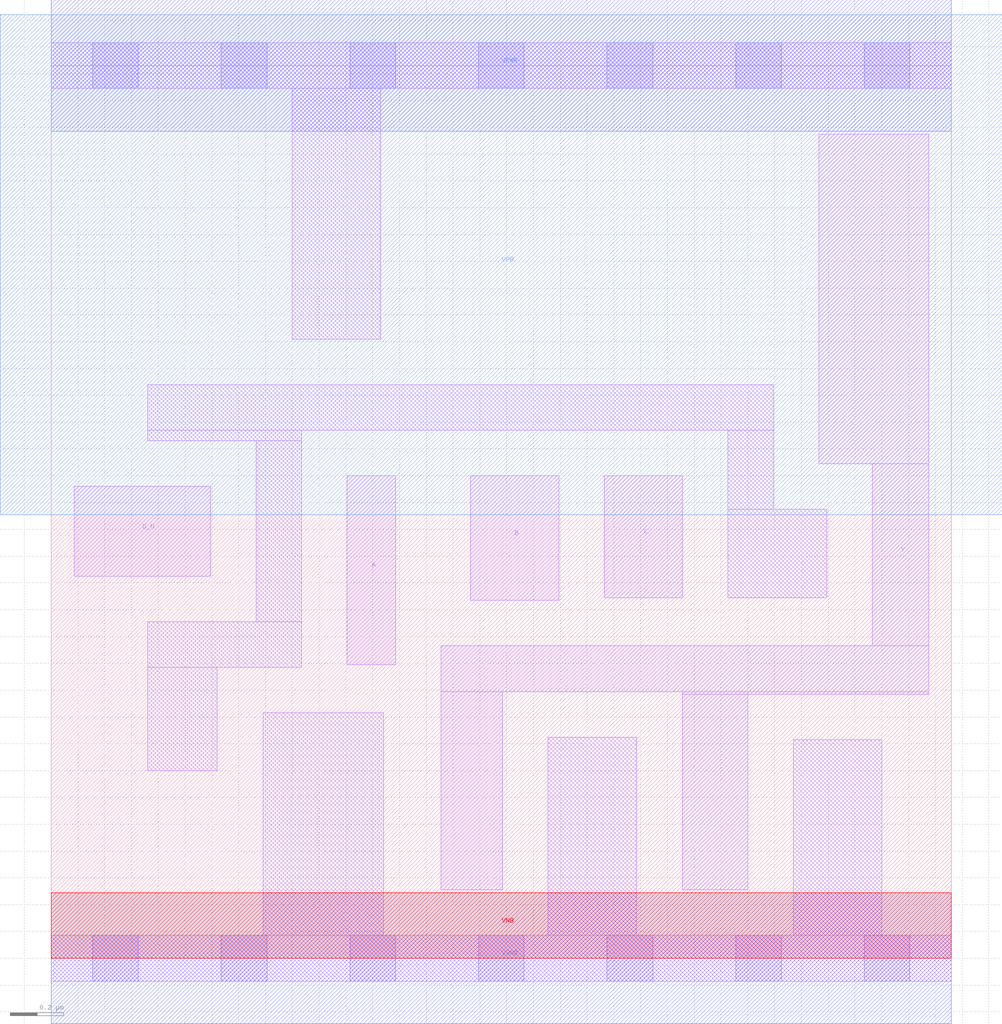
<source format=lef>
# Copyright 2020 The SkyWater PDK Authors
#
# Licensed under the Apache License, Version 2.0 (the "License");
# you may not use this file except in compliance with the License.
# You may obtain a copy of the License at
#
#     https://www.apache.org/licenses/LICENSE-2.0
#
# Unless required by applicable law or agreed to in writing, software
# distributed under the License is distributed on an "AS IS" BASIS,
# WITHOUT WARRANTIES OR CONDITIONS OF ANY KIND, either express or implied.
# See the License for the specific language governing permissions and
# limitations under the License.
#
# SPDX-License-Identifier: Apache-2.0

VERSION 5.7 ;
  NOWIREEXTENSIONATPIN ON ;
  DIVIDERCHAR "/" ;
  BUSBITCHARS "[]" ;
MACRO sky130_fd_sc_lp__nor4b_1
  CLASS CORE ;
  FOREIGN sky130_fd_sc_lp__nor4b_1 ;
  ORIGIN  0.000000  0.000000 ;
  SIZE  3.360000 BY  3.330000 ;
  SYMMETRY X Y R90 ;
  SITE unit ;
  PIN A
    ANTENNAGATEAREA  0.315000 ;
    DIRECTION INPUT ;
    USE SIGNAL ;
    PORT
      LAYER li1 ;
        RECT 1.105000 1.095000 1.285000 1.800000 ;
    END
  END A
  PIN B
    ANTENNAGATEAREA  0.315000 ;
    DIRECTION INPUT ;
    USE SIGNAL ;
    PORT
      LAYER li1 ;
        RECT 1.565000 1.335000 1.895000 1.800000 ;
    END
  END B
  PIN C
    ANTENNAGATEAREA  0.315000 ;
    DIRECTION INPUT ;
    USE SIGNAL ;
    PORT
      LAYER li1 ;
        RECT 2.065000 1.345000 2.355000 1.800000 ;
    END
  END C
  PIN D_N
    ANTENNAGATEAREA  0.126000 ;
    DIRECTION INPUT ;
    USE SIGNAL ;
    PORT
      LAYER li1 ;
        RECT 0.085000 1.425000 0.595000 1.760000 ;
    END
  END D_N
  PIN Y
    ANTENNADIFFAREA  0.886200 ;
    DIRECTION OUTPUT ;
    USE SIGNAL ;
    PORT
      LAYER li1 ;
        RECT 1.455000 0.255000 1.685000 0.995000 ;
        RECT 1.455000 0.995000 3.275000 1.165000 ;
        RECT 2.355000 0.255000 2.600000 0.985000 ;
        RECT 2.355000 0.985000 3.275000 0.995000 ;
        RECT 2.865000 1.845000 3.275000 3.075000 ;
        RECT 3.065000 1.165000 3.275000 1.845000 ;
    END
  END Y
  PIN VGND
    DIRECTION INOUT ;
    USE GROUND ;
    PORT
      LAYER met1 ;
        RECT 0.000000 -0.245000 3.360000 0.245000 ;
    END
  END VGND
  PIN VNB
    DIRECTION INOUT ;
    USE GROUND ;
    PORT
      LAYER pwell ;
        RECT 0.000000 0.000000 3.360000 0.245000 ;
    END
  END VNB
  PIN VPB
    DIRECTION INOUT ;
    USE POWER ;
    PORT
      LAYER nwell ;
        RECT -0.190000 1.655000 3.550000 3.520000 ;
    END
  END VPB
  PIN VPWR
    DIRECTION INOUT ;
    USE POWER ;
    PORT
      LAYER met1 ;
        RECT 0.000000 3.085000 3.360000 3.575000 ;
    END
  END VPWR
  OBS
    LAYER li1 ;
      RECT 0.000000 -0.085000 3.360000 0.085000 ;
      RECT 0.000000  3.245000 3.360000 3.415000 ;
      RECT 0.360000  0.700000 0.620000 1.085000 ;
      RECT 0.360000  1.085000 0.935000 1.255000 ;
      RECT 0.360000  1.930000 0.935000 1.970000 ;
      RECT 0.360000  1.970000 2.695000 2.140000 ;
      RECT 0.765000  1.255000 0.935000 1.930000 ;
      RECT 0.790000  0.085000 1.240000 0.915000 ;
      RECT 0.900000  2.310000 1.230000 3.245000 ;
      RECT 1.855000  0.085000 2.185000 0.825000 ;
      RECT 2.525000  1.345000 2.895000 1.675000 ;
      RECT 2.525000  1.675000 2.695000 1.970000 ;
      RECT 2.770000  0.085000 3.100000 0.815000 ;
    LAYER mcon ;
      RECT 0.155000 -0.085000 0.325000 0.085000 ;
      RECT 0.155000  3.245000 0.325000 3.415000 ;
      RECT 0.635000 -0.085000 0.805000 0.085000 ;
      RECT 0.635000  3.245000 0.805000 3.415000 ;
      RECT 1.115000 -0.085000 1.285000 0.085000 ;
      RECT 1.115000  3.245000 1.285000 3.415000 ;
      RECT 1.595000 -0.085000 1.765000 0.085000 ;
      RECT 1.595000  3.245000 1.765000 3.415000 ;
      RECT 2.075000 -0.085000 2.245000 0.085000 ;
      RECT 2.075000  3.245000 2.245000 3.415000 ;
      RECT 2.555000 -0.085000 2.725000 0.085000 ;
      RECT 2.555000  3.245000 2.725000 3.415000 ;
      RECT 3.035000 -0.085000 3.205000 0.085000 ;
      RECT 3.035000  3.245000 3.205000 3.415000 ;
  END
END sky130_fd_sc_lp__nor4b_1
END LIBRARY

</source>
